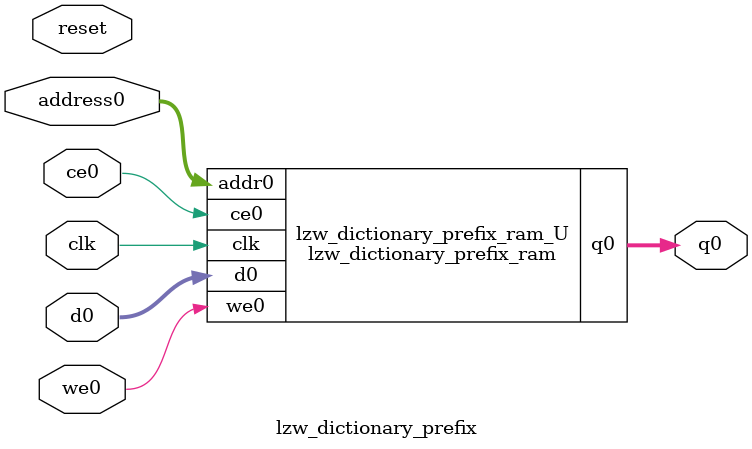
<source format=v>
`timescale 1 ns / 1 ps
module lzw_dictionary_prefix_ram (addr0, ce0, d0, we0, q0,  clk);

parameter DWIDTH = 32;
parameter AWIDTH = 16;
parameter MEM_SIZE = 65536;

input[AWIDTH-1:0] addr0;
input ce0;
input[DWIDTH-1:0] d0;
input we0;
output reg[DWIDTH-1:0] q0;
input clk;

reg [DWIDTH-1:0] ram[0:MEM_SIZE-1];




always @(posedge clk)  
begin 
    if (ce0) begin
        if (we0) 
            ram[addr0] <= d0; 
        q0 <= ram[addr0];
    end
end


endmodule

`timescale 1 ns / 1 ps
module lzw_dictionary_prefix(
    reset,
    clk,
    address0,
    ce0,
    we0,
    d0,
    q0);

parameter DataWidth = 32'd32;
parameter AddressRange = 32'd65536;
parameter AddressWidth = 32'd16;
input reset;
input clk;
input[AddressWidth - 1:0] address0;
input ce0;
input we0;
input[DataWidth - 1:0] d0;
output[DataWidth - 1:0] q0;



lzw_dictionary_prefix_ram lzw_dictionary_prefix_ram_U(
    .clk( clk ),
    .addr0( address0 ),
    .ce0( ce0 ),
    .we0( we0 ),
    .d0( d0 ),
    .q0( q0 ));

endmodule


</source>
